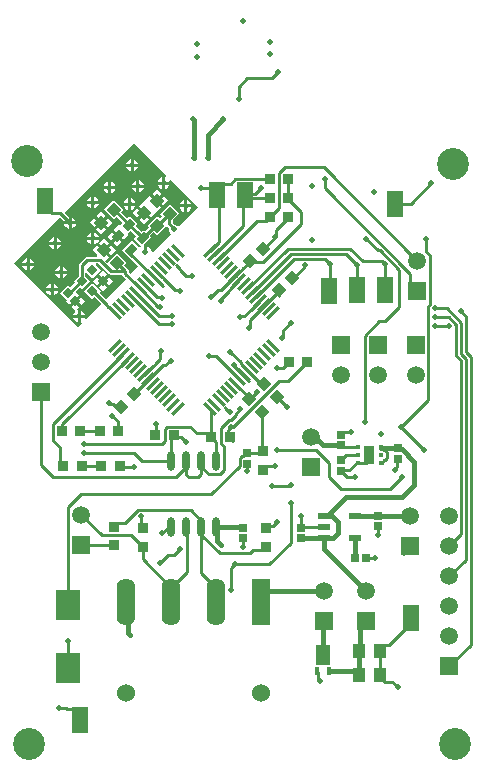
<source format=gbr>
%TF.GenerationSoftware,Altium Limited,Altium Designer,19.1.5 (86)*%
G04 Layer_Physical_Order=1*
G04 Layer_Color=255*
%FSLAX26Y26*%
%MOIN*%
%TF.FileFunction,Copper,L1,Top,Signal*%
%TF.Part,Single*%
G01*
G75*
%TA.AperFunction,SMDPad,CuDef*%
G04:AMPARAMS|DCode=10|XSize=11.811mil|YSize=55.118mil|CornerRadius=0mil|HoleSize=0mil|Usage=FLASHONLY|Rotation=135.000|XOffset=0mil|YOffset=0mil|HoleType=Round|Shape=Rectangle|*
%AMROTATEDRECTD10*
4,1,4,0.023663,0.015311,-0.015311,-0.023663,-0.023663,-0.015311,0.015311,0.023663,0.023663,0.015311,0.0*
%
%ADD10ROTATEDRECTD10*%

G04:AMPARAMS|DCode=11|XSize=11.811mil|YSize=55.118mil|CornerRadius=0mil|HoleSize=0mil|Usage=FLASHONLY|Rotation=225.000|XOffset=0mil|YOffset=0mil|HoleType=Round|Shape=Rectangle|*
%AMROTATEDRECTD11*
4,1,4,-0.015311,0.023663,0.023663,-0.015311,0.015311,-0.023663,-0.023663,0.015311,-0.015311,0.023663,0.0*
%
%ADD11ROTATEDRECTD11*%

%ADD12P,0.038974X4X90.0*%
G04:AMPARAMS|DCode=13|XSize=33.465mil|YSize=25.591mil|CornerRadius=0mil|HoleSize=0mil|Usage=FLASHONLY|Rotation=45.000|XOffset=0mil|YOffset=0mil|HoleType=Round|Shape=Rectangle|*
%AMROTATEDRECTD13*
4,1,4,-0.002784,-0.020879,-0.020879,-0.002784,0.002784,0.020879,0.020879,0.002784,-0.002784,-0.020879,0.0*
%
%ADD13ROTATEDRECTD13*%

%ADD14R,0.017716X0.011811*%
%ADD15R,0.035039X0.062992*%
%ADD16R,0.043307X0.023622*%
%ADD17O,0.025591X0.064961*%
%ADD18R,0.055118X0.086614*%
%ADD19R,0.078740X0.098425*%
%ADD20R,0.033465X0.035433*%
%ADD21R,0.035433X0.033465*%
G04:AMPARAMS|DCode=22|XSize=35.433mil|YSize=33.465mil|CornerRadius=0mil|HoleSize=0mil|Usage=FLASHONLY|Rotation=45.000|XOffset=0mil|YOffset=0mil|HoleType=Round|Shape=Rectangle|*
%AMROTATEDRECTD22*
4,1,4,-0.000696,-0.024359,-0.024359,-0.000696,0.000696,0.024359,0.024359,0.000696,-0.000696,-0.024359,0.0*
%
%ADD22ROTATEDRECTD22*%

%ADD23R,0.015748X0.025591*%
%ADD24R,0.049213X0.070866*%
%ADD25O,0.062992X0.157480*%
%ADD26R,0.062992X0.157480*%
%ADD27P,0.035634X4X270.0*%
%ADD28R,0.025197X0.025197*%
%ADD29R,0.025197X0.025197*%
%ADD30R,0.041339X0.051181*%
G04:AMPARAMS|DCode=31|XSize=35.433mil|YSize=33.465mil|CornerRadius=0mil|HoleSize=0mil|Usage=FLASHONLY|Rotation=315.000|XOffset=0mil|YOffset=0mil|HoleType=Round|Shape=Rectangle|*
%AMROTATEDRECTD31*
4,1,4,-0.024359,0.000696,-0.000696,0.024359,0.024359,-0.000696,0.000696,-0.024359,-0.024359,0.000696,0.0*
%
%ADD31ROTATEDRECTD31*%

%TA.AperFunction,Conductor*%
%ADD32C,0.010000*%
%ADD33C,0.017000*%
%ADD34C,0.006000*%
%TA.AperFunction,ComponentPad*%
%ADD35R,0.059055X0.059055*%
%ADD36C,0.059055*%
%ADD37C,0.060000*%
%TA.AperFunction,ViaPad*%
%ADD38C,0.020000*%
%ADD39C,0.106299*%
G36*
X2257806Y2025575D02*
X2256263Y2020568D01*
X2255962Y2020348D01*
X2253499Y2020838D01*
Y2006441D01*
X2267897D01*
X2267407Y2008903D01*
X2267627Y2009204D01*
X2272634Y2010747D01*
X2362517Y1920864D01*
X2299068Y1857414D01*
X2294092Y1857904D01*
X2293384Y1858963D01*
X2288092Y1862499D01*
X2284662Y1863181D01*
X2279035Y1868808D01*
Y1878237D01*
X2301360Y1900561D01*
X2269212Y1932710D01*
X2235671Y1899170D01*
X2242771Y1892070D01*
X2235267Y1884566D01*
X2227124Y1892710D01*
X2193584Y1859170D01*
X2199163Y1853590D01*
X2186843Y1841270D01*
X2181483Y1846629D01*
X2174149Y1839295D01*
X2168755Y1844689D01*
X2168754Y1844689D01*
X2154795Y1858649D01*
X2162129Y1865983D01*
X2135549Y1892563D01*
X2127689Y1884704D01*
X2108216Y1904176D01*
X2116360Y1912320D01*
X2082820Y1945860D01*
X2050671Y1913712D01*
X2084212Y1880171D01*
X2092355Y1888315D01*
X2111828Y1868842D01*
X2104330Y1861345D01*
X2103400Y1860415D01*
X2098550Y1860054D01*
X2097966Y1860638D01*
X2082599Y1845271D01*
X2098718Y1829152D01*
X2114836Y1813033D01*
X2130204Y1828400D01*
X2129620Y1828984D01*
X2129981Y1833834D01*
X2130911Y1834764D01*
X2138934Y1842787D01*
X2152893Y1828828D01*
X2152894Y1828828D01*
X2152894Y1828828D01*
X2158287Y1823434D01*
X2149334Y1814481D01*
X2173177Y1790639D01*
X2173354Y1788730D01*
X2171941Y1787224D01*
X2165780Y1787167D01*
X2143900Y1809047D01*
X2111752Y1776898D01*
X2129788Y1758862D01*
X2130402Y1757944D01*
X2165000Y1723346D01*
X2138995Y1697342D01*
X2132791Y1703547D01*
Y1708424D01*
X2132791Y1708425D01*
X2131937Y1712717D01*
X2129506Y1716355D01*
X2125867Y1718787D01*
X2125353Y1718889D01*
X2117521Y1726722D01*
X2126360Y1735561D01*
X2094212Y1767710D01*
X2061540Y1735038D01*
X2053367Y1743212D01*
X2065733Y1755578D01*
X2046830Y1774480D01*
X2027927Y1793383D01*
X2011864Y1777320D01*
X2028349Y1760835D01*
X2026436Y1756216D01*
X1994069D01*
X1989777Y1755362D01*
X1986138Y1752931D01*
X1986138Y1752930D01*
X1969010Y1735802D01*
X1966579Y1732164D01*
X1965725Y1727872D01*
X1965725Y1727871D01*
Y1693197D01*
X1948968Y1676441D01*
X1955024Y1670385D01*
X1937161Y1652522D01*
X1929135Y1660549D01*
X1902833Y1634246D01*
X1925616Y1611463D01*
X1922787Y1608635D01*
X1935231Y1596191D01*
X1951211Y1612170D01*
X1967190Y1628150D01*
X1955851Y1639489D01*
X1970885Y1654524D01*
X1976941Y1648468D01*
X2004913Y1676441D01*
X1988156Y1693197D01*
Y1700317D01*
X1992775Y1702230D01*
X2011739Y1683267D01*
X2039712Y1711239D01*
X2021786Y1729165D01*
X2023699Y1733784D01*
X2031072D01*
X2065058Y1699798D01*
X2068697Y1697367D01*
X2072989Y1696513D01*
X2072989Y1696513D01*
X2110800D01*
X2111213Y1694435D01*
X2113644Y1690796D01*
X2114170Y1690445D01*
X2123134Y1681481D01*
X2056258Y1614604D01*
X2034465Y1636396D01*
X2039712Y1641642D01*
X2011739Y1669614D01*
X1983767Y1641642D01*
X2011739Y1613670D01*
X2018604Y1620535D01*
X2040396Y1598743D01*
X1990395Y1548741D01*
X1986259Y1551677D01*
X1986588Y1553327D01*
X1972190D01*
Y1538930D01*
X1973841Y1539258D01*
X1976776Y1535122D01*
X1962517Y1520864D01*
X1749441Y1733941D01*
X1902711Y1887211D01*
X1916080Y1873842D01*
X1931941D01*
Y1889704D01*
X1918572Y1903072D01*
X2149441Y2133941D01*
X2257806Y2025575D01*
D02*
G37*
G36*
X2259889Y1856232D02*
X2266059Y1850062D01*
X2265535Y1847427D01*
X2266777Y1841184D01*
X2270313Y1835892D01*
X2271372Y1835185D01*
X2271862Y1830208D01*
X2213378Y1771724D01*
X2207953Y1773370D01*
X2206960Y1778360D01*
X2202540Y1784975D01*
X2195924Y1789396D01*
X2193120Y1789954D01*
Y1770556D01*
X2183120D01*
Y1794911D01*
X2183052Y1795038D01*
X2208063Y1820049D01*
X2202704Y1825408D01*
X2215024Y1837729D01*
X2225732Y1827021D01*
X2255386Y1856675D01*
X2259889Y1856232D01*
D02*
G37*
%LPC*%
G36*
X2148900Y2080838D02*
Y2066441D01*
X2163298D01*
X2162740Y2069244D01*
X2158320Y2075860D01*
X2151704Y2080280D01*
X2148900Y2080838D01*
D02*
G37*
G36*
X2138900D02*
X2136097Y2080280D01*
X2129481Y2075860D01*
X2125061Y2069244D01*
X2124503Y2066441D01*
X2138900D01*
Y2080838D01*
D02*
G37*
G36*
X2163298Y2056441D02*
X2148900D01*
Y2042043D01*
X2151704Y2042601D01*
X2158320Y2047021D01*
X2162740Y2053637D01*
X2163298Y2056441D01*
D02*
G37*
G36*
X2138900D02*
X2124503D01*
X2125061Y2053637D01*
X2129481Y2047021D01*
X2136097Y2042601D01*
X2138900Y2042043D01*
Y2056441D01*
D02*
G37*
G36*
X2243499Y2020838D02*
X2240696Y2020280D01*
X2234080Y2015860D01*
X2229660Y2009244D01*
X2229102Y2006441D01*
X2243499D01*
Y2020838D01*
D02*
G37*
G36*
X2168094Y2010838D02*
Y1996441D01*
X2182492D01*
X2181934Y1999244D01*
X2177514Y2005860D01*
X2170898Y2010280D01*
X2168094Y2010838D01*
D02*
G37*
G36*
X2158094D02*
X2155291Y2010280D01*
X2148675Y2005860D01*
X2144255Y1999244D01*
X2143697Y1996441D01*
X2158094D01*
Y2010838D01*
D02*
G37*
G36*
X2073349Y2005838D02*
Y1991441D01*
X2087746D01*
X2087189Y1994244D01*
X2082768Y2000860D01*
X2076153Y2005280D01*
X2073349Y2005838D01*
D02*
G37*
G36*
X2063349D02*
X2060546Y2005280D01*
X2053930Y2000860D01*
X2049510Y1994244D01*
X2048952Y1991441D01*
X2063349D01*
Y2005838D01*
D02*
G37*
G36*
X2267897Y1996441D02*
X2253499D01*
Y1982043D01*
X2256303Y1982601D01*
X2262919Y1987021D01*
X2267339Y1993637D01*
X2267897Y1996441D01*
D02*
G37*
G36*
X2243499D02*
X2229102D01*
X2229660Y1993637D01*
X2234080Y1987021D01*
X2240696Y1982601D01*
X2243499Y1982043D01*
Y1996441D01*
D02*
G37*
G36*
X2182492Y1986441D02*
X2168094D01*
Y1972043D01*
X2170898Y1972601D01*
X2177514Y1977021D01*
X2181934Y1983637D01*
X2182492Y1986441D01*
D02*
G37*
G36*
X2158094D02*
X2143697D01*
X2144255Y1983637D01*
X2148675Y1977021D01*
X2155291Y1972601D01*
X2158094Y1972043D01*
Y1986441D01*
D02*
G37*
G36*
X2087746Y1981441D02*
X2073349D01*
Y1967043D01*
X2076153Y1967601D01*
X2082768Y1972021D01*
X2087189Y1978637D01*
X2087746Y1981441D01*
D02*
G37*
G36*
X2063349D02*
X2048952D01*
X2049510Y1978637D01*
X2053930Y1972021D01*
X2060546Y1967601D01*
X2063349Y1967043D01*
Y1981441D01*
D02*
G37*
G36*
X2226061Y1981517D02*
X2209998Y1965454D01*
X2225365Y1950087D01*
X2241428Y1966150D01*
X2226061Y1981517D01*
D02*
G37*
G36*
X2017908Y1955838D02*
Y1941441D01*
X2032306D01*
X2031748Y1944244D01*
X2027328Y1950860D01*
X2020712Y1955280D01*
X2017908Y1955838D01*
D02*
G37*
G36*
X2007908D02*
X2005105Y1955280D01*
X1998489Y1950860D01*
X1994069Y1944244D01*
X1993511Y1941441D01*
X2007908D01*
Y1955838D01*
D02*
G37*
G36*
X2140256Y1950838D02*
Y1936441D01*
X2154653D01*
X2154095Y1939244D01*
X2149675Y1945860D01*
X2143059Y1950280D01*
X2140256Y1950838D01*
D02*
G37*
G36*
X2130256D02*
X2127452Y1950280D01*
X2120836Y1945860D01*
X2116416Y1939244D01*
X2115858Y1936441D01*
X2130256D01*
Y1950838D01*
D02*
G37*
G36*
X2326941Y1944851D02*
Y1930454D01*
X2341338D01*
X2340780Y1933257D01*
X2336360Y1939873D01*
X2329744Y1944293D01*
X2326941Y1944851D01*
D02*
G37*
G36*
X2316941D02*
X2314137Y1944293D01*
X2307521Y1939873D01*
X2303101Y1933257D01*
X2302543Y1930454D01*
X2316941D01*
Y1944851D01*
D02*
G37*
G36*
X2248500Y1959079D02*
X2232436Y1943016D01*
X2247804Y1927649D01*
X2263867Y1943712D01*
X2248500Y1959079D01*
D02*
G37*
G36*
X2032306Y1931441D02*
X2017908D01*
Y1917043D01*
X2020712Y1917601D01*
X2027328Y1922021D01*
X2031748Y1928637D01*
X2032306Y1931441D01*
D02*
G37*
G36*
X2007908D02*
X1993511D01*
X1994069Y1928637D01*
X1998489Y1922021D01*
X2005105Y1917601D01*
X2007908Y1917043D01*
Y1931441D01*
D02*
G37*
G36*
X2154653Y1926441D02*
X2140256D01*
Y1912043D01*
X2143059Y1912601D01*
X2149675Y1917021D01*
X2154095Y1923637D01*
X2154653Y1926441D01*
D02*
G37*
G36*
X2130256D02*
X2115858D01*
X2116416Y1923637D01*
X2120836Y1917021D01*
X2127452Y1912601D01*
X2130256Y1912043D01*
Y1926441D01*
D02*
G37*
G36*
X2341338Y1920454D02*
X2326941D01*
Y1906057D01*
X2329744Y1906614D01*
X2336360Y1911035D01*
X2340780Y1917650D01*
X2341338Y1920454D01*
D02*
G37*
G36*
X2316941D02*
X2302543D01*
X2303101Y1917650D01*
X2307521Y1911035D01*
X2314137Y1906614D01*
X2316941Y1906057D01*
Y1920454D01*
D02*
G37*
G36*
X2202927Y1958383D02*
X2188120Y1943576D01*
X2183973Y1941517D01*
X2182717Y1940261D01*
X2167910Y1925454D01*
X2186813Y1906551D01*
X2205716Y1887649D01*
X2220523Y1902456D01*
X2224670Y1904514D01*
X2225926Y1905771D01*
X2240733Y1920578D01*
X2221830Y1939480D01*
X2202927Y1958383D01*
D02*
G37*
G36*
X2160839Y1918383D02*
X2144776Y1902320D01*
X2160144Y1886953D01*
X2176206Y1903016D01*
X2160839Y1918383D01*
D02*
G37*
G36*
X2039670Y1908367D02*
X2024303Y1893000D01*
X2040366Y1876937D01*
X2055733Y1892304D01*
X2039670Y1908367D01*
D02*
G37*
G36*
X1941941Y1888240D02*
Y1873842D01*
X1956338D01*
X1955780Y1876646D01*
X1951360Y1883262D01*
X1944744Y1887682D01*
X1941941Y1888240D01*
D02*
G37*
G36*
X2183278Y1895945D02*
X2167215Y1879882D01*
X2182582Y1864515D01*
X2198645Y1880578D01*
X2183278Y1895945D01*
D02*
G37*
G36*
X2017232Y1885929D02*
X2001864Y1870561D01*
X2017927Y1854498D01*
X2033295Y1869866D01*
X2017232Y1885929D01*
D02*
G37*
G36*
X2062804Y1885233D02*
X2047437Y1869866D01*
X2063500Y1853803D01*
X2078867Y1869170D01*
X2062804Y1885233D01*
D02*
G37*
G36*
X1956338Y1863842D02*
X1941941D01*
Y1849445D01*
X1944744Y1850003D01*
X1951360Y1854423D01*
X1955780Y1861039D01*
X1956338Y1863842D01*
D02*
G37*
G36*
X1931941D02*
X1917543D01*
X1918101Y1861039D01*
X1922521Y1854423D01*
X1929137Y1850003D01*
X1931941Y1849445D01*
Y1863842D01*
D02*
G37*
G36*
X2040366Y1862794D02*
X2024998Y1847427D01*
X2041061Y1831364D01*
X2056429Y1846732D01*
X2040366Y1862794D01*
D02*
G37*
G36*
X2018397Y1836662D02*
Y1822265D01*
X2032795D01*
X2032237Y1825068D01*
X2027816Y1831684D01*
X2021201Y1836104D01*
X2018397Y1836662D01*
D02*
G37*
G36*
X2008397D02*
X2005594Y1836104D01*
X1998978Y1831684D01*
X1994558Y1825068D01*
X1994000Y1822265D01*
X2008397D01*
Y1836662D01*
D02*
G37*
G36*
X2075528Y1838200D02*
X2060161Y1822833D01*
X2072744Y1810249D01*
X2088111Y1825616D01*
X2075528Y1838200D01*
D02*
G37*
G36*
X1891941Y1820838D02*
Y1806441D01*
X1906338D01*
X1905780Y1809244D01*
X1901360Y1815860D01*
X1894744Y1820280D01*
X1891941Y1820838D01*
D02*
G37*
G36*
X1881941D02*
X1879137Y1820280D01*
X1872521Y1815860D01*
X1868101Y1809244D01*
X1867543Y1806441D01*
X1881941D01*
Y1820838D01*
D02*
G37*
G36*
X2032795Y1812265D02*
X2018397D01*
Y1797868D01*
X2021201Y1798425D01*
X2027816Y1802846D01*
X2032237Y1809461D01*
X2032795Y1812265D01*
D02*
G37*
G36*
X2008397D02*
X1994000D01*
X1994558Y1809461D01*
X1998978Y1802846D01*
X2005594Y1798425D01*
X2008397Y1797868D01*
Y1812265D01*
D02*
G37*
G36*
X2095182Y1818545D02*
X2079815Y1803178D01*
X2092398Y1790595D01*
X2107765Y1805962D01*
X2095182Y1818545D01*
D02*
G37*
G36*
X2051061Y1816517D02*
X2034998Y1800454D01*
X2050365Y1785087D01*
X2066428Y1801150D01*
X2051061Y1816517D01*
D02*
G37*
G36*
X1906338Y1796441D02*
X1891941D01*
Y1782043D01*
X1894744Y1782601D01*
X1901360Y1787021D01*
X1905780Y1793637D01*
X1906338Y1796441D01*
D02*
G37*
G36*
X1881941D02*
X1867543D01*
X1868101Y1793637D01*
X1872521Y1787021D01*
X1879137Y1782601D01*
X1881941Y1782043D01*
Y1796441D01*
D02*
G37*
G36*
X2073500Y1794079D02*
X2057436Y1778016D01*
X2072804Y1762649D01*
X2088867Y1778712D01*
X2073500Y1794079D01*
D02*
G37*
G36*
X1801941Y1750838D02*
Y1736441D01*
X1816338D01*
X1815780Y1739244D01*
X1811360Y1745860D01*
X1804744Y1750280D01*
X1801941Y1750838D01*
D02*
G37*
G36*
X1791941D02*
X1789137Y1750280D01*
X1782521Y1745860D01*
X1778101Y1739244D01*
X1777543Y1736441D01*
X1791941D01*
Y1750838D01*
D02*
G37*
G36*
X1816338Y1726441D02*
X1801941D01*
Y1712043D01*
X1804744Y1712601D01*
X1811360Y1717021D01*
X1815780Y1723637D01*
X1816338Y1726441D01*
D02*
G37*
G36*
X1791941D02*
X1777543D01*
X1778101Y1723637D01*
X1782521Y1717021D01*
X1789137Y1712601D01*
X1791941Y1712043D01*
Y1726441D01*
D02*
G37*
G36*
X1911905Y1724261D02*
Y1709864D01*
X1926303D01*
X1925745Y1712667D01*
X1921324Y1719283D01*
X1914709Y1723703D01*
X1911905Y1724261D01*
D02*
G37*
G36*
X1901905D02*
X1899102Y1723703D01*
X1892486Y1719283D01*
X1888066Y1712667D01*
X1887508Y1709864D01*
X1901905D01*
Y1724261D01*
D02*
G37*
G36*
X1926303Y1699864D02*
X1911905D01*
Y1685466D01*
X1914709Y1686024D01*
X1921324Y1690445D01*
X1925745Y1697060D01*
X1926303Y1699864D01*
D02*
G37*
G36*
X1901905D02*
X1887508D01*
X1888066Y1697060D01*
X1892486Y1690445D01*
X1899102Y1686024D01*
X1901905Y1685466D01*
Y1699864D01*
D02*
G37*
G36*
X2046538Y1710070D02*
X2033259Y1696791D01*
X2046538Y1683512D01*
X2059817Y1696791D01*
X2046538Y1710070D01*
D02*
G37*
G36*
X2026188Y1689720D02*
X2012908Y1676441D01*
X2026188Y1663161D01*
X2039467Y1676441D01*
X2026188Y1689720D01*
D02*
G37*
G36*
X2066888Y1689720D02*
X2053609Y1676441D01*
X2066888Y1663161D01*
X2080167Y1676441D01*
X2066888Y1689720D01*
D02*
G37*
G36*
X1881941Y1665838D02*
Y1651441D01*
X1896338D01*
X1895780Y1654244D01*
X1891360Y1660860D01*
X1884744Y1665280D01*
X1881941Y1665838D01*
D02*
G37*
G36*
X1871941D02*
X1869137Y1665280D01*
X1862521Y1660860D01*
X1858101Y1654244D01*
X1857543Y1651441D01*
X1871941D01*
Y1665838D01*
D02*
G37*
G36*
X2046538Y1669370D02*
X2033258Y1656091D01*
X2046538Y1642811D01*
X2059817Y1656090D01*
X2046538Y1669370D01*
D02*
G37*
G36*
X1896338Y1641441D02*
X1881941D01*
Y1627043D01*
X1884744Y1627601D01*
X1891360Y1632021D01*
X1895780Y1638637D01*
X1896338Y1641441D01*
D02*
G37*
G36*
X1871941D02*
X1857543D01*
X1858101Y1638637D01*
X1862521Y1632021D01*
X1869137Y1627601D01*
X1871941Y1627043D01*
Y1641441D01*
D02*
G37*
G36*
X1974261Y1621079D02*
X1961818Y1608635D01*
X1974261Y1596191D01*
X1986705Y1608635D01*
X1974261Y1621079D01*
D02*
G37*
G36*
X1972190Y1577724D02*
Y1563327D01*
X1986588D01*
X1986030Y1566130D01*
X1981610Y1572746D01*
X1974994Y1577167D01*
X1972190Y1577724D01*
D02*
G37*
G36*
X1954746Y1601564D02*
X1942302Y1589120D01*
X1952706Y1578716D01*
X1952771Y1572806D01*
X1952639Y1572549D01*
X1948351Y1566130D01*
X1947793Y1563327D01*
X1962190D01*
Y1579469D01*
X1960571Y1582500D01*
X1967190Y1589120D01*
X1954746Y1601564D01*
D02*
G37*
G36*
X1962190Y1553327D02*
X1947793D01*
X1948351Y1550523D01*
X1952771Y1543908D01*
X1959387Y1539487D01*
X1962190Y1538930D01*
Y1553327D01*
D02*
G37*
%LPD*%
D10*
X2295549Y1249322D02*
D03*
X2281630Y1263242D02*
D03*
X2267711Y1277161D02*
D03*
X2253791Y1291080D02*
D03*
X2239872Y1305000D02*
D03*
X2225952Y1318919D02*
D03*
X2212033Y1332839D02*
D03*
X2198113Y1346758D02*
D03*
X2184194Y1360678D02*
D03*
X2170275Y1374597D02*
D03*
X2156355Y1388516D02*
D03*
X2142436Y1402436D02*
D03*
X2128516Y1416355D02*
D03*
X2114597Y1430275D02*
D03*
X2100677Y1444194D02*
D03*
X2086758Y1458113D02*
D03*
X2404121Y1775476D02*
D03*
X2418040Y1761557D02*
D03*
X2431960Y1747638D02*
D03*
X2445879Y1733718D02*
D03*
X2459799Y1719799D02*
D03*
X2473718Y1705879D02*
D03*
X2487637Y1691960D02*
D03*
X2501557Y1678040D02*
D03*
X2515476Y1664121D02*
D03*
X2529396Y1650201D02*
D03*
X2543315Y1636282D02*
D03*
X2557235Y1622363D02*
D03*
X2571154Y1608443D02*
D03*
X2585073Y1594524D02*
D03*
X2598993Y1580604D02*
D03*
X2612912Y1566685D02*
D03*
D11*
X2086758D02*
D03*
X2100677Y1580604D02*
D03*
X2114597Y1594524D02*
D03*
X2128516Y1608443D02*
D03*
X2142436Y1622363D02*
D03*
X2156355Y1636282D02*
D03*
X2170275Y1650201D02*
D03*
X2184194Y1664121D02*
D03*
X2198113Y1678040D02*
D03*
X2212033Y1691960D02*
D03*
X2225952Y1705879D02*
D03*
X2239872Y1719799D02*
D03*
X2253791Y1733718D02*
D03*
X2267711Y1747638D02*
D03*
X2281630Y1761557D02*
D03*
X2295549Y1775476D02*
D03*
X2612912Y1458113D02*
D03*
X2598993Y1444194D02*
D03*
X2585073Y1430275D02*
D03*
X2571154Y1416355D02*
D03*
X2557235Y1402436D02*
D03*
X2543315Y1388516D02*
D03*
X2529396Y1374597D02*
D03*
X2515476Y1360678D02*
D03*
X2501557Y1346758D02*
D03*
X2487637Y1332839D02*
D03*
X2473718Y1318919D02*
D03*
X2459799Y1305000D02*
D03*
X2445879Y1291080D02*
D03*
X2431960Y1277161D02*
D03*
X2418040Y1263242D02*
D03*
X2404121Y1249322D02*
D03*
D12*
X2046538Y1676441D02*
D03*
X2011739Y1641642D02*
D03*
Y1711239D02*
D03*
X1976941Y1676441D02*
D03*
D13*
X2095182Y1825617D02*
D03*
X2132765Y1863199D02*
D03*
X2141116Y1779682D02*
D03*
X2178699Y1817265D02*
D03*
D14*
X2896299Y1120591D02*
D03*
Y1095000D02*
D03*
Y1069409D02*
D03*
X2973071Y1120591D02*
D03*
Y1095000D02*
D03*
Y1069409D02*
D03*
D15*
X2934685Y1095000D02*
D03*
D16*
X2887362Y892402D02*
D03*
Y817598D02*
D03*
X2785000D02*
D03*
Y855000D02*
D03*
Y892402D02*
D03*
D17*
X2275000Y853780D02*
D03*
X2325000D02*
D03*
X2375000D02*
D03*
X2425000D02*
D03*
X2275000Y1076220D02*
D03*
X2325000D02*
D03*
X2375000D02*
D03*
X2425000D02*
D03*
D18*
X3075000Y550000D02*
D03*
X3020000Y1932638D02*
D03*
X1970000Y210000D02*
D03*
X1853185Y1941441D02*
D03*
X2986486Y1643425D02*
D03*
X2893347Y1643944D02*
D03*
X2800000Y1642929D02*
D03*
X2425669Y1960581D02*
D03*
X2520000D02*
D03*
D19*
X1930000Y385669D02*
D03*
Y594331D02*
D03*
D20*
X2663937Y1887271D02*
D03*
X2602913D02*
D03*
X2665370Y1405000D02*
D03*
X2726394D02*
D03*
X2281849Y1160000D02*
D03*
X2220825D02*
D03*
X2408408Y1155000D02*
D03*
X2469431D02*
D03*
X1908976Y1173347D02*
D03*
X1970000D02*
D03*
X1914488Y1058347D02*
D03*
X1975512D02*
D03*
X2602913Y2015000D02*
D03*
X2663937D02*
D03*
X2602913Y1950000D02*
D03*
X2663937D02*
D03*
X2097480Y1173347D02*
D03*
X2036457D02*
D03*
X2102480Y1058347D02*
D03*
X2041457D02*
D03*
D21*
X2590000Y850512D02*
D03*
Y789488D02*
D03*
X2180000D02*
D03*
Y850512D02*
D03*
X2085000Y794488D02*
D03*
Y855512D02*
D03*
X2580000Y1106732D02*
D03*
Y1045709D02*
D03*
D22*
X2533425Y1281575D02*
D03*
X2576575Y1238425D02*
D03*
X2225365Y1943016D02*
D03*
X2268516Y1899866D02*
D03*
X2626575Y1288425D02*
D03*
X2583425Y1331575D02*
D03*
X2050365Y1778016D02*
D03*
X2093516Y1734866D02*
D03*
X2183278Y1903016D02*
D03*
X2226428Y1859866D02*
D03*
D23*
X2760315Y374567D02*
D03*
X2799685D02*
D03*
D24*
X2780000Y429685D02*
D03*
D25*
X2125000Y605118D02*
D03*
X2275000D02*
D03*
X2425000D02*
D03*
D26*
X2575000D02*
D03*
D27*
X1954746Y1608635D02*
D03*
X1929135Y1634246D02*
D03*
D28*
X2839685Y1163110D02*
D03*
Y1126890D02*
D03*
Y1041890D02*
D03*
Y1078110D02*
D03*
X3029685Y1081890D02*
D03*
Y1118110D02*
D03*
X2965000Y856890D02*
D03*
Y893110D02*
D03*
X2705354Y853110D02*
D03*
Y816890D02*
D03*
X2515000Y816890D02*
D03*
Y853110D02*
D03*
X2525640Y1066428D02*
D03*
Y1102649D02*
D03*
D29*
X2923110Y750000D02*
D03*
X2886890D02*
D03*
D30*
X2900551Y360000D02*
D03*
X2969449D02*
D03*
X2900551Y440000D02*
D03*
X2969449D02*
D03*
D31*
X2579506Y1783150D02*
D03*
X2536356Y1740000D02*
D03*
X2676575Y1686575D02*
D03*
X2633425Y1643425D02*
D03*
X2106850Y1254890D02*
D03*
X2150000Y1298040D02*
D03*
X2040366Y1869866D02*
D03*
X2083516Y1913016D02*
D03*
D32*
X2060149Y1593294D02*
X2086758Y1566685D01*
X2086758D01*
X2533425Y1281575D02*
Y1287051D01*
X2487637Y1332839D02*
X2533425Y1287051D01*
X2422291Y1426024D02*
X2501557Y1346758D01*
X2501557D01*
X1902649Y1903133D02*
X1936941Y1868842D01*
X1875744Y1903133D02*
X1902649D01*
X1853185Y1925693D02*
X1875744Y1903133D01*
X1853185Y1925693D02*
Y1941441D01*
X2172530Y1592268D02*
Y1592269D01*
Y1592268D02*
X2232912Y1531886D01*
X2142436Y1622363D02*
X2172530Y1592269D01*
X2186449Y1606188D02*
Y1606188D01*
Y1606188D02*
X2232912Y1559725D01*
X2156355Y1636282D02*
X2186449Y1606188D01*
X2214288Y1390771D02*
X2214288D01*
X2218993Y1395476D01*
X2184194Y1360678D02*
X2214288Y1390771D01*
X2539780Y1578349D02*
X2541060D01*
X2518344Y1556913D02*
X2539780Y1578349D01*
X2541060D02*
X2571154Y1608443D01*
X2438920Y1615403D02*
X2466758Y1643242D01*
X2470182Y1647946D02*
X2471463D01*
X2465478Y1643242D02*
X2470182Y1647946D01*
X2471463D02*
X2501557Y1678040D01*
X2514613Y1716866D02*
X2537052Y1739304D01*
X2513824Y1716866D02*
X2514613D01*
X2488918Y1691960D02*
X2513824Y1716866D01*
X2487637Y1691960D02*
X2488918D01*
X2456263Y1661866D02*
X2457544D01*
X2438470Y1644073D02*
X2456263Y1661866D01*
X2457544D02*
X2487637Y1691960D01*
X2230999Y1589477D02*
X2236145D01*
X2170275Y1650201D02*
X2230999Y1589477D01*
X2072989Y1707729D02*
X2120879D01*
X2119956Y1708425D02*
X2121575D01*
Y1698726D02*
X2121750D01*
X2170275Y1650201D01*
X2281849Y1847427D02*
Y1850133D01*
X2267820Y1864162D02*
X2281849Y1850133D01*
X2267820Y1864162D02*
Y1899169D01*
X2268516Y1899866D01*
X2265732Y1899169D02*
X2267820D01*
X2226428Y1859866D02*
X2265732Y1899169D01*
X2628975Y1638425D02*
X2633425D01*
X2550275Y1559725D02*
X2628975Y1638425D01*
X2183791Y1813791D02*
Y1822357D01*
X2160824Y1836758D02*
X2183791Y1813791D01*
X2150000Y1298644D02*
X2232912Y1381556D01*
X2134383Y1863199D02*
X2160824Y1836758D01*
X2132765Y1863199D02*
X2134383D01*
X2083516Y1913016D02*
X2132765Y1863767D01*
Y1863199D02*
Y1863767D01*
X2226908Y1621407D02*
X2243005D01*
X2244918Y1619493D01*
X2138332Y1776898D02*
X2141116Y1779682D01*
X2138332Y1765874D02*
Y1776898D01*
Y1765874D02*
X2212033Y1692174D01*
Y1691960D02*
Y1692174D01*
X2183791Y1822357D02*
X2221300Y1859866D01*
X2226428D01*
X2093516Y1734866D02*
X2119956Y1708425D01*
X1994069Y1745000D02*
X2035717D01*
X1976941Y1727872D02*
X1994069Y1745000D01*
X1976941Y1676441D02*
Y1727872D01*
X1929135Y1634246D02*
X1934746D01*
X2469431Y1437234D02*
X2471345Y1435321D01*
X2474378D01*
X2506000Y1403698D01*
Y1399273D02*
Y1403698D01*
Y1399273D02*
X2529396Y1375878D01*
Y1374597D02*
Y1375878D01*
Y1374597D02*
X2572417Y1331575D01*
X1934746Y1634246D02*
X1976941Y1676441D01*
X2011739Y1641642D02*
X2013358D01*
X2289421Y1727207D02*
X2302509Y1714120D01*
X2324715Y1691913D02*
X2340283D01*
X2302509Y1712839D02*
Y1714120D01*
Y1712839D02*
X2303790D01*
X2324715Y1691913D01*
X2340283D02*
X2342196Y1690000D01*
X2035717Y1745000D02*
X2072989Y1707729D01*
X2160824Y1836758D02*
X2160824D01*
X2120879Y1707729D02*
X2121575Y1708425D01*
X2633185Y1341688D02*
X2664067D01*
X2726394Y1404016D01*
Y1405000D01*
X2225006Y1164181D02*
Y1196922D01*
X2220825Y1160000D02*
X2225006Y1164181D01*
X2480678Y1189182D02*
X2633185Y1341688D01*
X2474537Y1189182D02*
X2480678D01*
X2485000Y1389873D02*
Y1395000D01*
X2480678Y1394195D02*
X2533425Y1341448D01*
X2480678Y1394195D02*
Y1395476D01*
X2399638Y1426024D02*
X2422291D01*
X2645370Y1385000D02*
X2665370Y1405000D01*
X2626575Y1385000D02*
X2645370D01*
X2441699Y1186042D02*
X2465839Y1210182D01*
X2472395D01*
X2490431Y1228218D01*
Y1235006D01*
X2502042Y1246616D01*
Y1249322D01*
X2441699Y1132727D02*
Y1186042D01*
X2452704Y1251024D02*
X2466811Y1236917D01*
X2469431D01*
X2452704Y1251024D02*
Y1256417D01*
X2212033Y1691960D02*
X2246831Y1657161D01*
X2404121Y1775476D02*
X2435000Y1806355D01*
X2418041Y1761557D02*
X2515000Y1858516D01*
X2431960Y1747638D02*
X2558877Y1874554D01*
X2529396Y1650201D02*
X2662345Y1783150D01*
X2543315Y1636282D02*
X2672474Y1765441D01*
X2557235Y1622362D02*
X2684313Y1749441D01*
X3020000Y1045709D02*
Y1048415D01*
X3025877Y1054291D01*
Y1078081D01*
X3029685Y1081890D01*
X2375000Y826238D02*
Y853780D01*
X2870873Y1783150D02*
X2912754Y1741269D01*
X2662345Y1783150D02*
X2870873D01*
X2976252Y1741269D02*
X2986486Y1731036D01*
X2912754Y1741269D02*
X2976252D01*
X3072638Y1932638D02*
X3140000Y2000000D01*
X3020000Y1932638D02*
X3072638D01*
X1925000Y250000D02*
X1926693Y248307D01*
X1947441D01*
X1970000Y225748D01*
Y210000D02*
Y225748D01*
X1900000Y250000D02*
X1925000D01*
X3039406Y1187678D02*
X3116231Y1110853D01*
X3116505D01*
X2841142Y980000D02*
X3003266D01*
X3043266Y1020000D01*
X2799658Y1021484D02*
X2841142Y980000D01*
X2799658Y1021484D02*
Y1069639D01*
X2756260Y1113037D02*
X2799658Y1069639D01*
X2626575Y1113037D02*
X2756260D01*
X2861575Y1020000D02*
X2886890D01*
X2839685Y1041890D02*
X2861575Y1020000D01*
X2669768Y995000D02*
X2672474D01*
X2664768Y990000D02*
X2669768Y995000D01*
X2610000Y990000D02*
X2664768D01*
X2672474Y800892D02*
Y935000D01*
X2601582Y730000D02*
X2672474Y800892D01*
X2487109Y730000D02*
X2601582D01*
X2475000Y717891D02*
X2487109Y730000D01*
X2265099Y762322D02*
X2284831D01*
X2238058Y735281D02*
X2265099Y762322D01*
X2284831D02*
X2302509Y780000D01*
X2180000Y747362D02*
X2275000Y652362D01*
X2180000Y747362D02*
Y789488D01*
X2275000Y652362D02*
X2326000Y703362D01*
Y852780D01*
X2475000Y645000D02*
Y717891D01*
X2425000Y605118D02*
Y652362D01*
X2375000Y702362D02*
X2425000Y652362D01*
X2375000Y702362D02*
Y826238D01*
X2325000Y853780D02*
X2326000Y852780D01*
X3130528Y1590226D02*
X3135528Y1595226D01*
X3130528Y1278799D02*
Y1590226D01*
X3039406Y1187678D02*
X3130528Y1278799D01*
X2839685Y1163110D02*
X2847024Y1170449D01*
X2870668D02*
X2872582Y1172362D01*
X2847024Y1170449D02*
X2870668D01*
X3272000Y1381556D02*
X3272528Y1381029D01*
Y462528D02*
Y1381029D01*
X3200000Y390000D02*
X3272528Y462528D01*
X3240000Y1112943D02*
Y1410000D01*
Y1112943D02*
X3240528Y1112415D01*
Y830528D02*
Y1112415D01*
X3256000Y1119570D02*
Y1416627D01*
X3225000Y1425000D02*
X3240000Y1410000D01*
X3241000Y1431627D02*
X3256000Y1416627D01*
Y1119570D02*
X3256528Y1119043D01*
X3200000Y690000D02*
X3256528Y746528D01*
Y1119043D01*
X3200000Y790000D02*
X3240528Y830528D01*
X3257000Y1438255D02*
X3272000Y1423255D01*
Y1381556D02*
Y1423255D01*
X3257000Y1438255D02*
Y1556645D01*
X3240000Y1573645D02*
X3257000Y1556645D01*
X3240000Y1573645D02*
Y1575000D01*
X3155000Y1555000D02*
X3199698D01*
X3225000Y1425000D02*
Y1529698D01*
X3155000Y1585000D02*
X3192326D01*
X3241000Y1431627D02*
Y1536326D01*
X3199698Y1555000D02*
X3225000Y1529698D01*
X3192326Y1585000D02*
X3241000Y1536326D01*
X3155000Y1525000D02*
X3200000D01*
X3135528Y1595226D02*
Y1760029D01*
X3125000Y1770556D02*
X3135528Y1760029D01*
X2646029Y1486029D02*
Y1510000D01*
X2645000Y1485000D02*
X2646029Y1486029D01*
Y1510000D02*
X2672474Y1536446D01*
X2535452Y1281575D02*
X2558877Y1305000D01*
X2533425Y1281575D02*
X2535452D01*
X3001339Y460591D02*
X3075000Y534252D01*
X2969449Y440000D02*
Y444921D01*
X2985118Y460591D01*
X3001339D01*
X3075000Y534252D02*
Y550000D01*
X3009035Y339409D02*
X3028445Y320000D01*
X2985118Y339409D02*
X3009035D01*
X2969449Y355079D02*
X2985118Y339409D01*
X2969449Y355079D02*
Y360000D01*
X2770000Y340000D02*
Y342706D01*
X2763189Y349517D02*
X2770000Y342706D01*
X2763189Y349517D02*
Y371693D01*
X2760315Y374567D02*
X2763189Y371693D01*
X2969449Y360000D02*
Y440000D01*
X2375000Y853780D02*
X2377983Y850797D01*
Y826238D02*
Y850797D01*
Y826238D02*
X2435733Y768488D01*
X2537159D01*
X2546426Y777756D01*
X2577283D01*
X2589016Y789488D01*
X2505000Y1555000D02*
X2506913Y1556913D01*
X2518344D01*
X2232912Y1531886D02*
X2276559D01*
X2232912Y1559725D02*
X2276559D01*
X1982806Y1102649D02*
X2151254D01*
X2177682Y1076220D01*
X2275000D01*
X2408408Y1155984D02*
Y1245035D01*
X1982339Y1131283D02*
X2242114D01*
X2254117Y1143286D01*
Y1182273D01*
X2261025Y1189182D01*
X2307322Y1155101D02*
X2325000Y1137424D01*
X2337903Y1189182D02*
X2359368Y1167717D01*
X2281849Y1160000D02*
X2286748Y1155101D01*
X2261025Y1189182D02*
X2337903D01*
X2286748Y1155101D02*
X2307322D01*
X2359368Y1167717D02*
X2396675D01*
X2408408Y1155984D01*
Y1155000D02*
Y1155984D01*
X2275000Y1076220D02*
Y1153151D01*
X2281849Y1160000D01*
X2526492Y1042742D02*
X2527345Y1041890D01*
X2526492Y1042742D02*
Y1065576D01*
X2525640Y1066428D02*
X2526492Y1065576D01*
X2575879Y1110853D02*
Y1237729D01*
Y1110853D02*
X2580000Y1106732D01*
X2375000Y1030000D02*
Y1056535D01*
X2441699Y1132727D02*
X2448795Y1125631D01*
Y1043914D02*
Y1125631D01*
X2437622Y1032740D02*
X2448795Y1043914D01*
X2398795Y1032740D02*
X2437622D01*
X2375000Y1056535D02*
X2398795Y1032740D01*
X2375000Y1056535D02*
Y1076220D01*
X2408408Y965000D02*
X2502042Y1058634D01*
Y1083583D01*
X2508485Y1090026D01*
X2513018D01*
X2525640Y1102649D01*
X2574932D01*
X2339000Y911000D02*
X2375000Y875000D01*
X2164137Y911000D02*
X2339000D01*
X2120382Y867244D02*
X2164137Y911000D01*
X2262596Y852678D02*
X2273898D01*
X2275000Y853780D01*
X2244918Y835000D02*
X2262596Y852678D01*
X2375000Y853780D02*
Y875000D01*
X2096732Y867244D02*
X2120382D01*
X2085000Y855512D02*
X2096732Y867244D01*
X2140724Y827779D02*
X2179016Y789488D01*
X2042220Y827779D02*
X2140724D01*
X2179016Y789488D02*
X2180000D01*
X2325000Y1029715D02*
Y1056535D01*
X1881244Y1020000D02*
X2288465D01*
X2325000Y1056535D01*
Y1076220D01*
X1840000Y1061244D02*
X1881244Y1020000D01*
X1840000Y1061244D02*
Y1305000D01*
X1975000Y965000D02*
X2408408D01*
X1930000Y920000D02*
X1975000Y965000D01*
X1930000Y594331D02*
Y920000D01*
Y385669D02*
Y475000D01*
X1975000Y895000D02*
X2042220Y827779D01*
X1881244Y1142831D02*
Y1196922D01*
X2114597Y1430274D01*
X1881244Y1142831D02*
X1902756Y1121319D01*
Y1070079D02*
Y1121319D01*
Y1070079D02*
X1914488Y1058347D01*
X1908976Y1196815D02*
X2128516Y1416355D01*
X1908976Y1173347D02*
Y1196815D01*
X2425000Y1076220D02*
Y1137424D01*
X2408408Y1154016D02*
Y1155000D01*
Y1154016D02*
X2425000Y1137424D01*
X2325000Y1029715D02*
X2334715Y1020000D01*
X2365000D01*
X2375000Y1030000D01*
X2105827Y1055000D02*
X2149396D01*
X2102480Y1058347D02*
X2105827Y1055000D01*
X2527345Y2350000D02*
X2608975D01*
X2628975Y2370000D01*
X2500000Y2322655D02*
X2527345Y2350000D01*
X2500000Y2280000D02*
Y2322655D01*
X2375000Y1983899D02*
X2403110D01*
X2425669Y1961340D01*
Y1960581D02*
Y1961340D01*
Y1960581D02*
X2435000Y1951250D01*
X2425669Y1961340D02*
Y1976329D01*
X2515000Y1955581D02*
X2520581Y1950000D01*
X2520000Y1960581D02*
X2525640Y1966221D01*
X2554740D01*
X2572417Y1983899D01*
X2786099D02*
Y2015000D01*
Y1983899D02*
X3070472Y1699525D01*
Y1667769D02*
Y1699525D01*
Y1667769D02*
X3095000Y1643242D01*
X2602913Y1887271D02*
Y1888255D01*
Y1886287D02*
Y1887271D01*
Y1888255D02*
X2634121Y1919463D01*
Y2035189D01*
X2653932Y2055000D01*
X2783242D01*
X3095000Y1743242D01*
X2920000Y1204173D02*
Y1492912D01*
X2968283Y1541194D01*
X2986334D01*
X3034617Y1589477D01*
Y1712603D01*
X2970396Y1776824D02*
X3034617Y1712603D01*
X2963475Y1776824D02*
X2970396D01*
X2924472Y1815827D02*
X2963475Y1776824D01*
X3125000Y1770556D02*
Y1815827D01*
X2238087Y1438087D02*
X2240000Y1440000D01*
X2238087Y1415851D02*
Y1438087D01*
X2218993Y1396757D02*
X2238087Y1415851D01*
X2218993Y1395476D02*
Y1396757D01*
X2462678Y1177322D02*
X2474537Y1189182D01*
X2462678Y1161754D02*
Y1177322D01*
Y1161754D02*
X2469431Y1155000D01*
X2618110Y1057441D02*
X2620000Y1059331D01*
X2591732Y1057441D02*
X2618110D01*
X2580000Y1045709D02*
X2591732Y1057441D01*
X1975000Y795000D02*
X1975512Y794488D01*
X2085000D01*
X2275000Y853780D02*
X2275892Y854672D01*
X2096103Y1174724D02*
Y1207322D01*
Y1174724D02*
X2097480Y1173347D01*
X2078425Y1225000D02*
X2096103Y1207322D01*
X2078636Y1266512D02*
X2090258Y1254890D01*
X2066868Y1268425D02*
X2068781Y1266512D01*
X2078636D01*
X2090258Y1254890D02*
X2106850D01*
X2627796Y1288425D02*
X2660635Y1255586D01*
X2626575Y1288425D02*
X2627796D01*
X2236145Y1589477D02*
X2238058Y1587564D01*
X2190799Y1657515D02*
X2226908Y1621407D01*
X2300596Y1644642D02*
X2302509Y1642729D01*
X2287189Y1644642D02*
X2300596D01*
X2260751Y1671080D02*
X2287189Y1644642D01*
X2408408Y1622028D02*
X2430453Y1644073D01*
X2438470D01*
X2533425Y1517467D02*
X2535338Y1519380D01*
Y1536446D01*
X2536000Y1537107D01*
Y1544169D01*
X2550275Y1558444D01*
Y1559725D01*
X2438920Y1609146D02*
Y1615403D01*
X2269168Y1409395D02*
X2271874D01*
X2254418Y1394644D02*
X2269168Y1409395D01*
X2247281Y1394644D02*
X2254418D01*
X2234193Y1381556D02*
X2247281Y1394644D01*
X2232912Y1381556D02*
X2234193D01*
X1970000Y1173347D02*
X2036457D01*
X2572417Y1331575D02*
X2583425D01*
X2172836Y857676D02*
Y890000D01*
X2964646Y829876D02*
Y856535D01*
X2923110Y750000D02*
X2955000D01*
X2707244Y855000D02*
Y890000D01*
Y855000D02*
X2785000D01*
X2599360Y859872D02*
X2613140D01*
X2626575Y873307D01*
X2515000Y789488D02*
Y816890D01*
X2977264Y1119351D02*
X2984081Y1112533D01*
X2934685Y1081929D02*
Y1095000D01*
X2922165Y1069409D02*
X2934685Y1081929D01*
X2896299Y1069409D02*
X2922165D01*
X2591181Y1874554D02*
X2602913Y1886287D01*
X2620000Y1820987D02*
X2621913Y1822900D01*
Y1844263D01*
X2663937Y1886287D01*
Y1887271D01*
X2121575Y1698726D02*
Y1708425D01*
X2575879Y1237729D02*
X2576575Y1238425D01*
X3190000Y490000D02*
X3200000D01*
X2634121Y1626137D02*
Y1642729D01*
X2633425Y1638425D02*
Y1643425D01*
X2715157Y1079528D02*
X2739685Y1055000D01*
X2714662Y1393268D02*
X2726394Y1405000D01*
X2520581Y1950000D02*
X2602913D01*
X2487997Y2015000D02*
X2602913D01*
X2471885Y1998888D02*
X2487997Y2015000D01*
X2448228Y1998888D02*
X2471885D01*
X2425669Y1976329D02*
X2448228Y1998888D01*
X2663937Y1950000D02*
Y2015000D01*
X2706528Y1865542D02*
Y1906424D01*
X2663937Y1949016D02*
X2706528Y1906424D01*
X2663937Y1949016D02*
Y1950000D01*
X2580291Y1739304D02*
X2706528Y1865542D01*
X2537052Y1739304D02*
X2580291D01*
X2558877Y1874554D02*
X2591181D01*
X2515000Y1858516D02*
Y1955581D01*
X2435000Y1806355D02*
Y1951250D01*
X2469431Y1155000D02*
X2481164Y1143268D01*
X2465478Y1643242D02*
X2466758D01*
X2672474Y1765441D02*
X2857264D01*
X2893347Y1729359D01*
X2684313Y1749441D02*
X2786099D01*
X2805000Y1730540D01*
X2870787Y1621385D02*
X2893347Y1643944D01*
Y1729359D01*
X2800000Y1642929D02*
X2805000Y1647929D01*
Y1730540D01*
X2730394Y1045709D02*
X2739685Y1055000D01*
X1914488Y1058347D02*
Y1059331D01*
X1908976Y1173347D02*
X1920709Y1185079D01*
X2986486Y1627677D02*
Y1643425D01*
X2550275Y1559725D02*
X2550275D01*
X2986486Y1643425D02*
Y1731036D01*
X2720000Y1723441D02*
Y1728441D01*
X2683134Y1686575D02*
X2720000Y1723441D01*
X2676575Y1686575D02*
X2683134D01*
X2582163Y1783150D02*
X2620000Y1820987D01*
X2579506Y1783150D02*
X2582163D01*
X2150000Y1298040D02*
Y1298644D01*
X2260751Y1671080D02*
Y1672361D01*
X2247663Y1685449D02*
X2260751Y1672361D01*
X2060149Y1593294D02*
Y1594851D01*
X2013358Y1641642D02*
X2060149Y1594851D01*
X3045472Y765472D02*
X3070000Y790000D01*
X2102480Y1058347D02*
Y1059331D01*
X2097480Y1172362D02*
Y1173347D01*
X1975512Y1058347D02*
X2041457D01*
X2839685Y1126890D02*
X2845079Y1121496D01*
X2895394D01*
X2896299Y1120591D01*
X2839685Y1078110D02*
X2856575Y1095000D01*
X2896299D01*
X2839685Y1041890D02*
X2841142Y1043347D01*
X2867284D01*
X2893347Y1069409D01*
X2896299D01*
X2973071D02*
X2976024D01*
X2984709Y1078094D01*
X2986486D01*
X2992929Y1084538D01*
Y1105462D01*
X2985858Y1112533D02*
X2992929Y1105462D01*
X2984081Y1112533D02*
X2985858D01*
X2778189Y899213D02*
X2785000Y892402D01*
X3068445Y891555D02*
X3070000Y890000D01*
X2886890Y817126D02*
X2887362Y817598D01*
X2700354Y853110D02*
X2701299Y854055D01*
D33*
X2425000Y857413D02*
X2428968Y853445D01*
X2794843Y892402D02*
X2810906D01*
X3085000Y995000D02*
Y1072278D01*
X3043266Y1114012D02*
X3085000Y1072278D01*
X3033784Y1114012D02*
X3043266D01*
X3029685Y1118110D02*
X3033784Y1114012D01*
X3045000Y955000D02*
X3085000Y995000D01*
X2857441Y955000D02*
X3045000D01*
X2794843Y892402D02*
X2857441Y955000D01*
X2785000Y892402D02*
X2794843D01*
X2785000Y780000D02*
Y817598D01*
Y780000D02*
X2925000Y640000D01*
X2135476Y495000D02*
Y495812D01*
X2130410Y500878D02*
X2135476Y495812D01*
X2130410Y500878D02*
Y599708D01*
X2125000Y605118D02*
X2130410Y599708D01*
X2780000Y429685D02*
Y535000D01*
X2785000Y540000D01*
X2396872Y2162832D02*
X2448228Y2214188D01*
X2396872Y2085362D02*
Y2162832D01*
X2347196Y2214188D02*
Y2215000D01*
Y2214188D02*
X2350000Y2211385D01*
Y2085362D02*
Y2211385D01*
X2438920Y795000D02*
Y795812D01*
X2426644Y808088D02*
X2438920Y795812D01*
X2426644Y808088D02*
Y852136D01*
X2425000Y853780D02*
X2426644Y852136D01*
X2886890Y750000D02*
X2887362Y750472D01*
Y817598D01*
X2810906Y892402D02*
X2830000Y873307D01*
Y835000D02*
Y873307D01*
X2812599Y817598D02*
X2830000Y835000D01*
X2785000Y817598D02*
X2812599D01*
X2705709Y817244D02*
X2784646D01*
X2785000Y817598D01*
X2705354Y816890D02*
X2705709Y817244D01*
X2425000Y857413D02*
Y863622D01*
X2428968Y853445D02*
X2514665D01*
X2515000Y853110D01*
X2977264Y1119351D02*
X3028445D01*
X2973429D02*
X2977264D01*
X2973071Y1119709D02*
Y1120591D01*
Y1119709D02*
X2973429Y1119351D01*
X3028445D02*
X3029685Y1118110D01*
X2739685Y1155000D02*
X2751065D01*
X2779175Y1126890D01*
X2839685D01*
X3068445Y891555D02*
X3068445Y891555D01*
X2966555Y891555D02*
X3068445D01*
X2965000Y893110D02*
X2966555Y891555D01*
X2887362Y892402D02*
X2887717Y892756D01*
X2964646D02*
X2965000Y893110D01*
X2887717Y892756D02*
X2964646D01*
X2903972Y518972D02*
X2925000Y540000D01*
X2903972Y443421D02*
Y518972D01*
X2900551Y440000D02*
X2903972Y443421D01*
X2900551Y360000D02*
Y440000D01*
X2799685Y374567D02*
X2888382D01*
X2896299Y364252D02*
Y366649D01*
X2888382Y374567D02*
X2896299Y366649D01*
X2575000Y605118D02*
Y617004D01*
X2597996Y640000D02*
X2785000D01*
X2575000Y617004D02*
X2597996Y640000D01*
X2116200Y596318D02*
X2125000Y605118D01*
D34*
X2172836Y857676D02*
X2180000Y850512D01*
X2964646Y856535D02*
X2965000Y856890D01*
X2705354Y853110D02*
X2707244Y855000D01*
X2590000Y850512D02*
X2599360Y859872D01*
D35*
X2739685Y1055000D02*
D03*
X3070000Y790000D02*
D03*
X2925000Y540000D02*
D03*
X2785000D02*
D03*
X1840000Y1305000D02*
D03*
X1975000Y795000D02*
D03*
X3200000Y390000D02*
D03*
X3090000Y1460000D02*
D03*
X2965000D02*
D03*
X2840000D02*
D03*
X3095000Y1643242D02*
D03*
D36*
X2739685Y1155000D02*
D03*
X3070000Y890000D02*
D03*
X2925000Y640000D02*
D03*
X2785000D02*
D03*
X1840000Y1405000D02*
D03*
Y1505000D02*
D03*
X1975000Y895000D02*
D03*
X3200000Y490000D02*
D03*
Y590000D02*
D03*
Y690000D02*
D03*
Y790000D02*
D03*
Y890000D02*
D03*
X3090000Y1360000D02*
D03*
X2965000D02*
D03*
X2840000D02*
D03*
X3095000Y1743242D02*
D03*
D37*
X2124213Y300000D02*
D03*
X2575000D02*
D03*
D38*
X2281849Y1847427D02*
D03*
X2244918Y1619493D02*
D03*
X2013397Y1817265D02*
D03*
X2342196Y1690000D02*
D03*
X2485000Y1395000D02*
D03*
X2399638Y1426024D02*
D03*
X2626575Y1385000D02*
D03*
X2469431Y1236917D02*
D03*
X2502042Y1249322D02*
D03*
X3020000Y1045709D02*
D03*
X1900000Y250000D02*
D03*
X3116505Y1110853D02*
D03*
X3043266Y1020000D02*
D03*
X2626575Y1113037D02*
D03*
X2886890Y1020000D02*
D03*
X2672474Y995000D02*
D03*
Y935000D02*
D03*
X2610000Y990000D02*
D03*
X2487109Y730000D02*
D03*
X2302509Y780000D02*
D03*
X2238058Y735281D02*
D03*
X2475000Y645000D02*
D03*
X2872582Y1172362D02*
D03*
X3240000Y1575000D02*
D03*
X3200000Y1525000D02*
D03*
X3155000D02*
D03*
Y1555000D02*
D03*
Y1585000D02*
D03*
X2672474Y1536446D02*
D03*
X2645000Y1485000D02*
D03*
X2558877Y1305000D02*
D03*
X3028445Y320000D02*
D03*
X2770000Y340000D02*
D03*
X2505000Y1555000D02*
D03*
X2276559Y1531886D02*
D03*
Y1559725D02*
D03*
X1982806Y1102649D02*
D03*
X1982339Y1131283D02*
D03*
X2325000Y1137424D02*
D03*
X2225006Y1196922D02*
D03*
X2527345Y1041890D02*
D03*
X2244918Y835000D02*
D03*
X2135476Y495000D02*
D03*
X1930000Y475000D02*
D03*
X2149396Y1055000D02*
D03*
X2628975Y2370000D02*
D03*
X2500000Y2280000D02*
D03*
X2360000Y2422196D02*
D03*
Y2463474D02*
D03*
X2375000Y1983899D02*
D03*
X2572417D02*
D03*
X2786099Y2015000D02*
D03*
X2469431Y1437234D02*
D03*
X3039406Y1187678D02*
D03*
X2975000Y1165000D02*
D03*
X2920000Y1204173D02*
D03*
X3125000Y1815827D02*
D03*
X2924472D02*
D03*
X2745000Y1813205D02*
D03*
X3140000Y2000000D02*
D03*
X2240000Y1440000D02*
D03*
X2448228Y2214188D02*
D03*
X2347196Y2215000D02*
D03*
X2396872Y2085362D02*
D03*
X2350000D02*
D03*
X2474537Y1189182D02*
D03*
X2620000Y1059331D02*
D03*
X2078425Y1225000D02*
D03*
X2066868Y1268425D02*
D03*
X2660635Y1255586D02*
D03*
X2603974Y2431358D02*
D03*
X2605000Y2472780D02*
D03*
X2515000Y2540000D02*
D03*
X2950000Y1970000D02*
D03*
X2238058Y1587564D02*
D03*
X2302509Y1642729D02*
D03*
X2408408Y1622028D02*
D03*
X2533425Y1517467D02*
D03*
X2438920Y1609146D02*
D03*
X2271874Y1409395D02*
D03*
X2172836Y890000D02*
D03*
X2964646Y829876D02*
D03*
X2955000Y750000D02*
D03*
X2707244Y890000D02*
D03*
X2626575Y873307D02*
D03*
X2515000Y789488D02*
D03*
X2438920Y795000D02*
D03*
X1906905Y1704864D02*
D03*
X2745000Y1990000D02*
D03*
X2188120Y1770556D02*
D03*
X2986486Y1731036D02*
D03*
X2893347Y1729359D02*
D03*
X2805000Y1730540D02*
D03*
X2720000Y1728441D02*
D03*
X2620000Y1820987D02*
D03*
X2135256Y1931441D02*
D03*
X2012908Y1936441D02*
D03*
X1876941Y1646441D02*
D03*
X2248499Y2001441D02*
D03*
X2163094Y1991441D02*
D03*
X1967190Y1558327D02*
D03*
X2321941Y1925454D02*
D03*
X2143900Y2061441D02*
D03*
X2068349Y1986441D02*
D03*
X1936941Y1868842D02*
D03*
X1886941Y1801441D02*
D03*
X1796941Y1731441D02*
D03*
D39*
X1795000Y2075000D02*
D03*
X3220000Y130000D02*
D03*
X1800000D02*
D03*
X3215000Y2065000D02*
D03*
%TF.MD5,fd8ffb3df7bb1f58b09daf35dbec83f6*%
M02*

</source>
